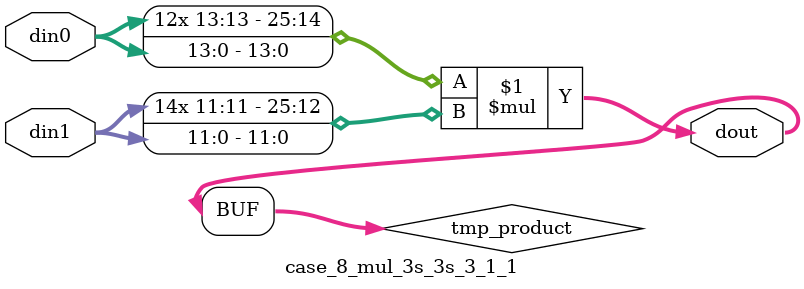
<source format=v>

`timescale 1 ns / 1 ps

 module case_8_mul_3s_3s_3_1_1(din0, din1, dout);
parameter ID = 1;
parameter NUM_STAGE = 0;
parameter din0_WIDTH = 14;
parameter din1_WIDTH = 12;
parameter dout_WIDTH = 26;

input [din0_WIDTH - 1 : 0] din0; 
input [din1_WIDTH - 1 : 0] din1; 
output [dout_WIDTH - 1 : 0] dout;

wire signed [dout_WIDTH - 1 : 0] tmp_product;



























assign tmp_product = $signed(din0) * $signed(din1);








assign dout = tmp_product;





















endmodule

</source>
